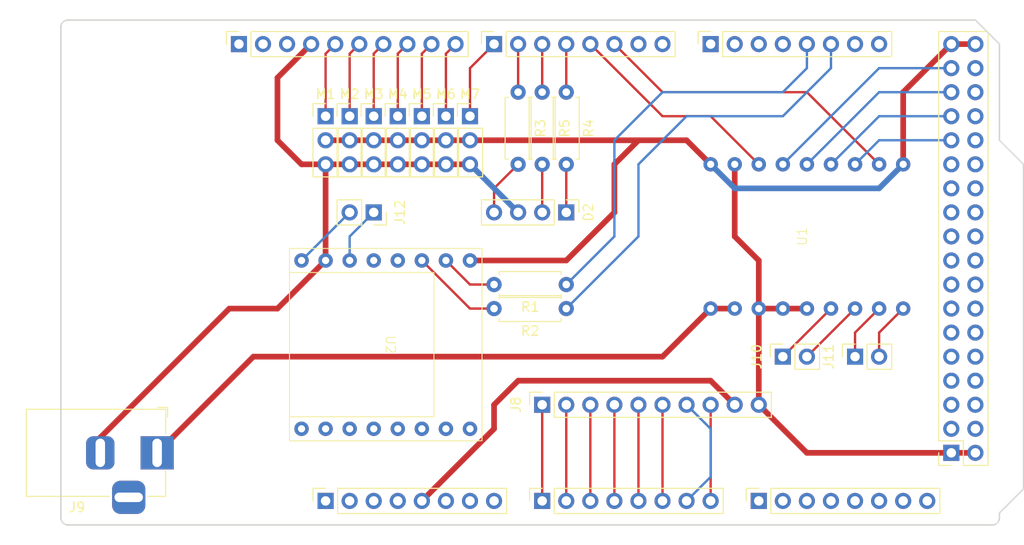
<source format=kicad_pcb>
(kicad_pcb (version 20240108) (generator "pcbnew") (generator_version "8.0")
  (title_block (date "mar. 31 mars 2015"))
  (layers (0 "F.Cu" signal) (31 "B.Cu" signal) (34 "B.Paste" user) (35 "F.Paste" user) (36 "B.SilkS" user "B.Silkscreen") (37 "F.SilkS" user "F.Silkscreen") (38 "B.Mask" user) (39 "F.Mask" user) (44 "Edge.Cuts" user))
  (net 0 "")
  (net 1 "GND")
  (net 2 "/*52")
  (net 3 "/53")
  (net 4 "/50")
  (net 5 "/51")
  (net 6 "/48")
  (net 7 "/49")
  (net 8 "/*46")
  (net 9 "/47")
  (net 10 "/*44")
  (net 11 "/*45")
  (net 12 "/42")
  (net 13 "/43")
  (net 14 "/40")
  (net 15 "/41")
  (net 16 "/38")
  (net 17 "/39")
  (net 18 "/36")
  (net 19 "/37")
  (net 20 "/34")
  (net 21 "/35")
  (net 22 "/32")
  (net 23 "/33")
  (net 24 "/30")
  (net 25 "/31")
  (net 26 "Net-(D2-GA)")
  (net 27 "/29")
  (net 28 "Net-(D2-BA)")
  (net 29 "/27")
  (net 30 "Net-(D2-RA)")
  (net 31 "/25")
  (net 32 "PWM_13")
  (net 33 "/23")
  (net 34 "+5V")
  (net 35 "/IOREF")
  (net 36 "PWM_12")
  (net 37 "PWM_8")
  (net 38 "PWM_10")
  (net 39 "PWM_9")
  (net 40 "PWM_11")
  (net 41 "A2")
  (net 42 "A1")
  (net 43 "A3")
  (net 44 "/A8")
  (net 45 "/A9")
  (net 46 "/A10")
  (net 47 "/A11")
  (net 48 "/A12")
  (net 49 "/A13")
  (net 50 "/A14")
  (net 51 "/A15")
  (net 52 "/AREF")
  (net 53 "A5")
  (net 54 "A6")
  (net 55 "A4")
  (net 56 "A0")
  (net 57 "A7")
  (net 58 "LED_R")
  (net 59 "PWM_2")
  (net 60 "PWM_3")
  (net 61 "LED_G")
  (net 62 "LED_B")
  (net 63 "PWM_7")
  (net 64 "TX1")
  (net 65 "/TX0{slash}1")
  (net 66 "/RX0{slash}0")
  (net 67 "+3V3")
  (net 68 "/TX3{slash}14")
  (net 69 "/RX3{slash}15")
  (net 70 "/TX2{slash}16")
  (net 71 "/RX2{slash}17")
  (net 72 "RX1")
  (net 73 "PIN_28")
  (net 74 "/SDA{slash}20")
  (net 75 "/SCL{slash}21")
  (net 76 "VCC")
  (net 77 "/~{RESET}")
  (net 79 "PIN_24")
  (net 80 "PIN_22")
  (net 81 "PIN_26")
  (net 83 "Net-(J10-Pin_2)")
  (net 84 "Net-(J10-Pin_1)")
  (net 85 "Net-(J11-Pin_1)")
  (net 86 "Net-(J11-Pin_2)")
  (net 87 "Net-(J12-Pin_1)")
  (net 88 "Net-(J12-Pin_2)")
  (net 89 "Net-(U2-RX)")
  (net 90 "Net-(U2-TX)")
  (net 101 "/Vin")
  (footprint "Connector_PinSocket_2.54mm:PinSocket_2x18_P2.54mm_Vertical" (layer "F.Cu") (at 193.98 92.38 180)
    (property "Reference" "J7" (hide yes))
    (property "Value" "Digital")
    (pad "1" thru_hole rect (at 0 0 180) (size 1.7 1.7) (drill 1) (layers "*.Cu" "*.Mask") (net 1 "GND"))
    (pad "2" thru_hole oval (at -2.54 0 180) (size 1.7 1.7) (drill 1) (layers "*.Cu" "*.Mask") (net 1 "GND"))
    (pad "3" thru_hole oval (at 0 2.54 180) (size 1.7 1.7) (drill 1) (layers "*.Cu" "*.Mask") (net 2 "/*52"))
    (pad "4" thru_hole oval (at -2.54 2.54 180) (size 1.7 1.7) (drill 1) (layers "*.Cu" "*.Mask") (net 3 "/53"))
    (pad "5" thru_hole oval (at 0 5.08 180) (size 1.7 1.7) (drill 1) (layers "*.Cu" "*.Mask") (net 4 "/50"))
    (pad "6" thru_hole oval (at -2.54 5.08 180) (size 1.7 1.7) (drill 1) (layers "*.Cu" "*.Mask") (net 5 "/51"))
    (pad "7" thru_hole oval (at 0 7.62 180) (size 1.7 1.7) (drill 1) (layers "*.Cu" "*.Mask") (net 6 "/48"))
    (pad "8" thru_hole oval (at -2.54 7.62 180) (size 1.7 1.7) (drill 1) (layers "*.Cu" "*.Mask") (net 7 "/49"))
    (pad "9" thru_hole oval (at 0 10.16 180) (size 1.7 1.7) (drill 1) (layers "*.Cu" "*.Mask") (net 8 "/*46"))
    (pad "10" thru_hole oval (at -2.54 10.16 180) (size 1.7 1.7) (drill 1) (layers "*.Cu" "*.Mask") (net 9 "/47"))
    (pad "11" thru_hole oval (at 0 12.7 180) (size 1.7 1.7) (drill 1) (layers "*.Cu" "*.Mask") (net 10 "/*44"))
    (pad "12" thru_hole oval (at -2.54 12.7 180) (size 1.7 1.7) (drill 1) (layers "*.Cu" "*.Mask") (net 11 "/*45"))
    (pad "13" thru_hole oval (at 0 15.24 180) (size 1.7 1.7) (drill 1) (layers "*.Cu" "*.Mask") (net 12 "/42"))
    (pad "14" thru_hole oval (at -2.54 15.24 180) (size 1.7 1.7) (drill 1) (layers "*.Cu" "*.Mask") (net 13 "/43"))
    (pad "15" thru_hole oval (at 0 17.78 180) (size 1.7 1.7) (drill 1) (layers "*.Cu" "*.Mask") (net 14 "/40"))
    (pad "16" thru_hole oval (at -2.54 17.78 180) (size 1.7 1.7) (drill 1) (layers "*.Cu" "*.Mask") (net 15 "/41"))
    (pad "17" thru_hole oval (at 0 20.32 180) (size 1.7 1.7) (drill 1) (layers "*.Cu" "*.Mask") (net 16 "/38"))
    (pad "18" thru_hole oval (at -2.54 20.32 180) (size 1.7 1.7) (drill 1) (layers "*.Cu" "*.Mask") (net 17 "/39"))
    (pad "19" thru_hole oval (at 0 22.86 180) (size 1.7 1.7) (drill 1) (layers "*.Cu" "*.Mask") (net 18 "/36"))
    (pad "20" thru_hole oval (at -2.54 22.86 180) (size 1.7 1.7) (drill 1) (layers "*.Cu" "*.Mask") (net 19 "/37"))
    (pad "21" thru_hole oval (at 0 25.4 180) (size 1.7 1.7) (drill 1) (layers "*.Cu" "*.Mask") (net 20 "/34"))
    (pad "22" thru_hole oval (at -2.54 25.4 180) (size 1.7 1.7) (drill 1) (layers "*.Cu" "*.Mask") (net 21 "/35"))
    (pad "23" thru_hole oval (at 0 27.94 180) (size 1.7 1.7) (drill 1) (layers "*.Cu" "*.Mask") (net 22 "/32"))
    (pad "24" thru_hole oval (at -2.54 27.94 180) (size 1.7 1.7) (drill 1) (layers "*.Cu" "*.Mask") (net 23 "/33"))
    (pad "25" thru_hole oval (at 0 30.48 180) (size 1.7 1.7) (drill 1) (layers "*.Cu" "*.Mask") (net 24 "/30"))
    (pad "26" thru_hole oval (at -2.54 30.48 180) (size 1.7 1.7) (drill 1) (layers "*.Cu" "*.Mask") (net 25 "/31"))
    (pad "27" thru_hole oval (at 0 33.02 180) (size 1.7 1.7) (drill 1) (layers "*.Cu" "*.Mask") (net 73 "PIN_28"))
    (pad "28" thru_hole oval (at -2.54 33.02 180) (size 1.7 1.7) (drill 1) (layers "*.Cu" "*.Mask") (net 27 "/29"))
    (pad "29" thru_hole oval (at 0 35.56 180) (size 1.7 1.7) (drill 1) (layers "*.Cu" "*.Mask") (net 81 "PIN_26"))
    (pad "30" thru_hole oval (at -2.54 35.56 180) (size 1.7 1.7) (drill 1) (layers "*.Cu" "*.Mask") (net 29 "/27"))
    (pad "31" thru_hole oval (at 0 38.1 180) (size 1.7 1.7) (drill 1) (layers "*.Cu" "*.Mask") (net 79 "PIN_24"))
    (pad "32" thru_hole oval (at -2.54 38.1 180) (size 1.7 1.7) (drill 1) (layers "*.Cu" "*.Mask") (net 31 "/25"))
    (pad "33" thru_hole oval (at 0 40.64 180) (size 1.7 1.7) (drill 1) (layers "*.Cu" "*.Mask") (net 80 "PIN_22"))
    (pad "34" thru_hole oval (at -2.54 40.64 180) (size 1.7 1.7) (drill 1) (layers "*.Cu" "*.Mask") (net 33 "/23"))
    (pad "35" thru_hole oval (at 0 43.18 180) (size 1.7 1.7) (drill 1) (layers "*.Cu" "*.Mask") (net 34 "+5V"))
    (pad "36" thru_hole oval (at -2.54 43.18 180) (size 1.7 1.7) (drill 1) (layers "*.Cu" "*.Mask") (net 34 "+5V"))
  )
  (footprint "Connector_PinSocket_2.54mm:PinSocket_1x08_P2.54mm_Vertical" (layer "F.Cu") (at 127.94 97.46 90)
    (property "Reference" "J1" (hide yes))
    (property "Value" "Power")
    (pad "1" thru_hole rect (at 0 0 90) (size 1.7 1.7) (drill 1) (layers "*.Cu" "*.Mask"))
    (pad "2" thru_hole oval (at 0 2.54 90) (size 1.7 1.7) (drill 1) (layers "*.Cu" "*.Mask") (net 35 "/IOREF"))
    (pad "3" thru_hole oval (at 0 5.08 90) (size 1.7 1.7) (drill 1) (layers "*.Cu" "*.Mask") (net 77 "/~{RESET}"))
    (pad "4" thru_hole oval (at 0 7.62 90) (size 1.7 1.7) (drill 1) (layers "*.Cu" "*.Mask") (net 67 "+3V3"))
    (pad "5" thru_hole oval (at 0 10.16 90) (size 1.7 1.7) (drill 1) (layers "*.Cu" "*.Mask") (net 34 "+5V"))
    (pad "6" thru_hole oval (at 0 12.7 90) (size 1.7 1.7) (drill 1) (layers "*.Cu" "*.Mask") (net 1 "GND"))
    (pad "7" thru_hole oval (at 0 15.24 90) (size 1.7 1.7) (drill 1) (layers "*.Cu" "*.Mask") (net 1 "GND"))
    (pad "8" thru_hole oval (at 0 17.78 90) (size 1.7 1.7) (drill 1) (layers "*.Cu" "*.Mask") (net 101 "/Vin"))
  )
  (footprint "Connector_PinSocket_2.54mm:PinSocket_1x08_P2.54mm_Vertical" (layer "F.Cu") (at 150.8 97.46 90)
    (property "Reference" "J3" (hide yes))
    (property "Value" "Analog")
    (pad "1" thru_hole rect (at 0 0 90) (size 1.7 1.7) (drill 1) (layers "*.Cu" "*.Mask") (net 56 "A0"))
    (pad "2" thru_hole oval (at 0 2.54 90) (size 1.7 1.7) (drill 1) (layers "*.Cu" "*.Mask") (net 42 "A1"))
    (pad "3" thru_hole oval (at 0 5.08 90) (size 1.7 1.7) (drill 1) (layers "*.Cu" "*.Mask") (net 41 "A2"))
    (pad "4" thru_hole oval (at 0 7.62 90) (size 1.7 1.7) (drill 1) (layers "*.Cu" "*.Mask") (net 43 "A3"))
    (pad "5" thru_hole oval (at 0 10.16 90) (size 1.7 1.7) (drill 1) (layers "*.Cu" "*.Mask") (net 55 "A4"))
    (pad "6" thru_hole oval (at 0 12.7 90) (size 1.7 1.7) (drill 1) (layers "*.Cu" "*.Mask") (net 53 "A5"))
    (pad "7" thru_hole oval (at 0 15.24 90) (size 1.7 1.7) (drill 1) (layers "*.Cu" "*.Mask") (net 54 "A6"))
    (pad "8" thru_hole oval (at 0 17.78 90) (size 1.7 1.7) (drill 1) (layers "*.Cu" "*.Mask") (net 57 "A7"))
  )
  (footprint "Connector_PinSocket_2.54mm:PinSocket_1x08_P2.54mm_Vertical" (layer "F.Cu") (at 173.66 97.46 90)
    (property "Reference" "J5" (hide yes))
    (property "Value" "Analog")
    (pad "1" thru_hole rect (at 0 0 90) (size 1.7 1.7) (drill 1) (layers "*.Cu" "*.Mask") (net 44 "/A8"))
    (pad "2" thru_hole oval (at 0 2.54 90) (size 1.7 1.7) (drill 1) (layers "*.Cu" "*.Mask") (net 45 "/A9"))
    (pad "3" thru_hole oval (at 0 5.08 90) (size 1.7 1.7) (drill 1) (layers "*.Cu" "*.Mask") (net 46 "/A10"))
    (pad "4" thru_hole oval (at 0 7.62 90) (size 1.7 1.7) (drill 1) (layers "*.Cu" "*.Mask") (net 47 "/A11"))
    (pad "5" thru_hole oval (at 0 10.16 90) (size 1.7 1.7) (drill 1) (layers "*.Cu" "*.Mask") (net 48 "/A12"))
    (pad "6" thru_hole oval (at 0 12.7 90) (size 1.7 1.7) (drill 1) (layers "*.Cu" "*.Mask") (net 49 "/A13"))
    (pad "7" thru_hole oval (at 0 15.24 90) (size 1.7 1.7) (drill 1) (layers "*.Cu" "*.Mask") (net 50 "/A14"))
    (pad "8" thru_hole oval (at 0 17.78 90) (size 1.7 1.7) (drill 1) (layers "*.Cu" "*.Mask") (net 51 "/A15"))
  )
  (footprint "Connector_PinSocket_2.54mm:PinSocket_1x10_P2.54mm_Vertical" (layer "F.Cu") (at 118.796 49.2 90)
    (property "Reference" "J2" (hide yes))
    (property "Value" "PWM")
    (pad "1" thru_hole rect (at 0 0 90) (size 1.7 1.7) (drill 1) (layers "*.Cu" "*.Mask") (net 75 "/SCL{slash}21"))
    (pad "2" thru_hole oval (at 0 2.54 90) (size 1.7 1.7) (drill 1) (layers "*.Cu" "*.Mask") (net 74 "/SDA{slash}20"))
    (pad "3" thru_hole oval (at 0 5.08 90) (size 1.7 1.7) (drill 1) (layers "*.Cu" "*.Mask") (net 52 "/AREF"))
    (pad "4" thru_hole oval (at 0 7.62 90) (size 1.7 1.7) (drill 1) (layers "*.Cu" "*.Mask") (net 1 "GND"))
    (pad "5" thru_hole oval (at 0 10.16 90) (size 1.7 1.7) (drill 1) (layers "*.Cu" "*.Mask") (net 32 "PWM_13"))
    (pad "6" thru_hole oval (at 0 12.7 90) (size 1.7 1.7) (drill 1) (layers "*.Cu" "*.Mask") (net 36 "PWM_12"))
    (pad "7" thru_hole oval (at 0 15.24 90) (size 1.7 1.7) (drill 1) (layers "*.Cu" "*.Mask") (net 40 "PWM_11"))
    (pad "8" thru_hole oval (at 0 17.78 90) (size 1.7 1.7) (drill 1) (layers "*.Cu" "*.Mask") (net 38 "PWM_10"))
    (pad "9" thru_hole oval (at 0 20.32 90) (size 1.7 1.7) (drill 1) (layers "*.Cu" "*.Mask") (net 39 "PWM_9"))
    (pad "10" thru_hole oval (at 0 22.86 90) (size 1.7 1.7) (drill 1) (layers "*.Cu" "*.Mask") (net 37 "PWM_8"))
  )
  (footprint "Connector_PinSocket_2.54mm:PinSocket_1x08_P2.54mm_Vertical" (layer "F.Cu") (at 145.72 49.2 90)
    (property "Reference" "J4" (hide yes))
    (property "Value" "PWM")
    (pad "1" thru_hole rect (at 0 0 90) (size 1.7 1.7) (drill 1) (layers "*.Cu" "*.Mask") (net 63 "PWM_7"))
    (pad "2" thru_hole oval (at 0 2.54 90) (size 1.7 1.7) (drill 1) (layers "*.Cu" "*.Mask") (net 58 "LED_R"))
    (pad "3" thru_hole oval (at 0 5.08 90) (size 1.7 1.7) (drill 1) (layers "*.Cu" "*.Mask") (net 61 "LED_G"))
    (pad "4" thru_hole oval (at 0 7.62 90) (size 1.7 1.7) (drill 1) (layers "*.Cu" "*.Mask") (net 62 "LED_B"))
    (pad "5" thru_hole oval (at 0 10.16 90) (size 1.7 1.7) (drill 1) (layers "*.Cu" "*.Mask") (net 60 "PWM_3"))
    (pad "6" thru_hole oval (at 0 12.7 90) (size 1.7 1.7) (drill 1) (layers "*.Cu" "*.Mask") (net 59 "PWM_2"))
    (pad "7" thru_hole oval (at 0 15.24 90) (size 1.7 1.7) (drill 1) (layers "*.Cu" "*.Mask") (net 65 "/TX0{slash}1"))
    (pad "8" thru_hole oval (at 0 17.78 90) (size 1.7 1.7) (drill 1) (layers "*.Cu" "*.Mask") (net 66 "/RX0{slash}0"))
  )
  (footprint "Connector_PinSocket_2.54mm:PinSocket_1x08_P2.54mm_Vertical" (layer "F.Cu") (at 168.58 49.2 90)
    (property "Reference" "J6" (hide yes))
    (property "Value" "Communication")
    (pad "1" thru_hole rect (at 0 0 90) (size 1.7 1.7) (drill 1) (layers "*.Cu" "*.Mask") (net 68 "/TX3{slash}14"))
    (pad "2" thru_hole oval (at 0 2.54 90) (size 1.7 1.7) (drill 1) (layers "*.Cu" "*.Mask") (net 69 "/RX3{slash}15"))
    (pad "3" thru_hole oval (at 0 5.08 90) (size 1.7 1.7) (drill 1) (layers "*.Cu" "*.Mask") (net 70 "/TX2{slash}16"))
    (pad "4" thru_hole oval (at 0 7.62 90) (size 1.7 1.7) (drill 1) (layers "*.Cu" "*.Mask") (net 71 "/RX2{slash}17"))
    (pad "5" thru_hole oval (at 0 10.16 90) (size 1.7 1.7) (drill 1) (layers "*.Cu" "*.Mask") (net 64 "TX1"))
    (pad "6" thru_hole oval (at 0 12.7 90) (size 1.7 1.7) (drill 1) (layers "*.Cu" "*.Mask") (net 72 "RX1"))
    (pad "7" thru_hole oval (at 0 15.24 90) (size 1.7 1.7) (drill 1) (layers "*.Cu" "*.Mask") (net 74 "/SDA{slash}20"))
    (pad "8" thru_hole oval (at 0 17.78 90) (size 1.7 1.7) (drill 1) (layers "*.Cu" "*.Mask") (net 75 "/SCL{slash}21"))
  )
  (footprint "Connector_PinSocket_2.54mm:PinSocket_1x02_P2.54mm_Vertical" (layer "F.Cu") (at 133.02 66.98 -90)
    (property "Reference" "J12" (at 0 -2.77 90) (layer "F.SilkS"))
    (property "Value" "Speaker")
    (pad "1" thru_hole rect (at 0 0 270) (size 1.7 1.7) (drill 1) (layers "*.Cu" "*.Mask") (net 87 "Net-(J12-Pin_1)"))
    (pad "2" thru_hole oval (at 0 2.54 270) (size 1.7 1.7) (drill 1) (layers "*.Cu" "*.Mask") (net 88 "Net-(J12-Pin_2)"))
  )
  (footprint "Arduino_MountingHole:MountingHole_3.2mm" (layer "F.Cu") (at 196.52 97.46)
    (property "Reference" "MH6" (hide yes))
    (property "Value" "MountingHole_3.2mm" (hide yes))
    (pad "" np_thru_hole circle (at 0 0) (size 3.2 3.2) (drill 3.2) (layers "*.Cu" "*.Mask"))
  )
  (footprint "Resistor_THT:R_Axial_DIN0207_L6.3mm_D2.5mm_P7.62mm_Horizontal" (layer "F.Cu") (at 148.26 54.28 -90)
    (property "Reference" "R3" (at 3.81 -2.37 90) (layer "F.SilkS"))
    (property "Value" "390")
    (pad "1" thru_hole circle (at 0 0 270) (size 1.6 1.6) (drill 0.8) (layers "*.Cu" "*.Mask") (net 58 "LED_R"))
    (pad "2" thru_hole oval (at 7.62 0 270) (size 1.6 1.6) (drill 0.8) (layers "*.Cu" "*.Mask") (net 30 "Net-(D2-RA)"))
  )
  (footprint "Resistor_THT:R_Axial_DIN0207_L6.3mm_D2.5mm_P7.62mm_Horizontal" (layer "F.Cu") (at 153.34 74.6 180)
    (property "Reference" "R1" (at 3.81 -2.37 0) (layer "F.SilkS"))
    (property "Value" "1K")
    (pad "1" thru_hole circle (at 0 0 180) (size 1.6 1.6) (drill 0.8) (layers "*.Cu" "*.Mask") (net 64 "TX1"))
    (pad "2" thru_hole oval (at 7.62 0 180) (size 1.6 1.6) (drill 0.8) (layers "*.Cu" "*.Mask") (net 89 "Net-(U2-RX)"))
  )
  (footprint "Connector_PinSocket_2.54mm:PinSocket_1x02_P2.54mm_Vertical" (layer "F.Cu") (at 183.82 82.22 90)
    (property "Reference" "J11" (at 0 -2.77 90) (layer "F.SilkS"))
    (property "Value" "Motor_B")
    (pad "1" thru_hole rect (at 0 0 90) (size 1.7 1.7) (drill 1) (layers "*.Cu" "*.Mask") (net 85 "Net-(J11-Pin_1)"))
    (pad "2" thru_hole oval (at 0 2.54 90) (size 1.7 1.7) (drill 1) (layers "*.Cu" "*.Mask") (net 86 "Net-(J11-Pin_2)"))
  )
  (footprint "Resistor_THT:R_Axial_DIN0207_L6.3mm_D2.5mm_P7.62mm_Horizontal" (layer "F.Cu") (at 153.34 77.14 180)
    (property "Reference" "R2" (at 3.81 -2.37 0) (layer "F.SilkS"))
    (property "Value" "1K")
    (pad "1" thru_hole circle (at 0 0 180) (size 1.6 1.6) (drill 0.8) (layers "*.Cu" "*.Mask") (net 72 "RX1"))
    (pad "2" thru_hole oval (at 7.62 0 180) (size 1.6 1.6) (drill 0.8) (layers "*.Cu" "*.Mask") (net 90 "Net-(U2-TX)"))
  )
  (footprint "MotorDriver:TB6612" (layer "F.Cu") (at 178.74 69.52 90)
    (property "Reference" "U1" (at 0 -0.5 90) (layer "F.SilkS") (effects (font (thickness 0.1))))
    (property "Value" "~")
    (pad "1" thru_hole circle (at -7.62 -10.16 90) (size 1.524 1.524) (drill 0.762) (layers "*.Cu" "*.Mask") (net 76 "VCC"))
    (pad "2" thru_hole circle (at -7.62 -7.62 90) (size 1.524 1.524) (drill 0.762) (layers "*.Cu" "*.Mask") (net 76 "VCC"))
    (pad "3" thru_hole circle (at -7.62 -5.08 90) (size 1.524 1.524) (drill 0.762) (layers "*.Cu" "*.Mask") (net 1 "GND"))
    (pad "4" thru_hole circle (at -7.62 -2.54 90) (size 1.524 1.524) (drill 0.762) (layers "*.Cu" "*.Mask") (net 1 "GND"))
    (pad "5" thru_hole circle (at -7.62 0 90) (size 1.524 1.524) (drill 0.762) (layers "*.Cu" "*.Mask") (net 1 "GND"))
    (pad "6" thru_hole circle (at -7.62 2.54 90) (size 1.524 1.524) (drill 0.762) (layers "*.Cu" "*.Mask") (net 84 "Net-(J10-Pin_1)"))
    (pad "7" thru_hole circle (at -7.62 5.08 90) (size 1.524 1.524) (drill 0.762) (layers "*.Cu" "*.Mask") (net 83 "Net-(J10-Pin_2)"))
    (pad "8" thru_hole circle (at -7.62 7.62 90) (size 1.524 1.524) (drill 0.762) (layers "*.Cu" "*.Mask") (net 85 "Net-(J11-Pin_1)"))
    (pad "9" thru_hole circle (at -7.62 10.16 90) (size 1.524 1.524) (drill 0.762) (layers "*.Cu" "*.Mask") (net 86 "Net-(J11-Pin_2)"))
    (pad "10" thru_hole circle (at 7.62 10.16 90) (size 1.524 1.524) (drill 0.762) (layers "*.Cu" "*.Mask") (net 34 "+5V"))
    (pad "11" thru_hole circle (at 7.62 7.62 90) (size 1.524 1.524) (drill 0.762) (layers "*.Cu" "*.Mask") (net 59 "PWM_2"))
    (pad "12" thru_hole circle (at 7.62 5.08 90) (size 1.524 1.524) (drill 0.762) (layers "*.Cu" "*.Mask") (net 73 "PIN_28"))
    (pad "13" thru_hole circle (at 7.62 2.54 90) (size 1.524 1.524) (drill 0.762) (layers "*.Cu" "*.Mask") (net 81 "PIN_26"))
    (pad "14" thru_hole circle (at 7.62 0 90) (size 1.524 1.524) (drill 0.762) (layers "*.Cu" "*.Mask") (net 79 "PIN_24"))
    (pad "15" thru_hole circle (at 7.62 -2.54 90) (size 1.524 1.524) (drill 0.762) (layers "*.Cu" "*.Mask") (net 80 "PIN_22"))
    (pad "16" thru_hole circle (at 7.62 -5.08 90) (size 1.524 1.524) (drill 0.762) (layers "*.Cu" "*.Mask") (net 60 "PWM_3"))
    (pad "17" thru_hole circle (at 7.62 -7.62 90) (size 1.524 1.524) (drill 0.762) (layers "*.Cu" "*.Mask") (net 1 "GND"))
    (pad "18" thru_hole circle (at 7.62 -10.16 90) (size 1.524 1.524) (drill 0.762) (layers "*.Cu" "*.Mask") (net 34 "+5V"))
  )
  (footprint "Connector_PinHeader_2.54mm:PinHeader_1x03_P2.54mm_Vertical" (layer "F.Cu") (at 135.56 56.82)
    (property "Reference" "M4" (at 0 -2.33 0) (layer "F.SilkS"))
    (property "Value" "Motor_Servo")
    (pad "1" thru_hole rect (at 0 0) (size 1.7 1.7) (drill 1) (layers "*.Cu" "*.Mask") (net 38 "PWM_10"))
    (pad "2" thru_hole oval (at 0 2.54) (size 1.7 1.7) (drill 1) (layers "*.Cu" "*.Mask") (net 34 "+5V"))
    (pad "3" thru_hole oval (at 0 5.08) (size 1.7 1.7) (drill 1) (layers "*.Cu" "*.Mask") (net 1 "GND"))
  )
  (footprint "Connector_PinHeader_2.54mm:PinHeader_1x03_P2.54mm_Vertical" (layer "F.Cu") (at 130.48 56.82)
    (property "Reference" "M2" (at 0 -2.33 0) (layer "F.SilkS"))
    (property "Value" "Motor_Servo")
    (pad "1" thru_hole rect (at 0 0) (size 1.7 1.7) (drill 1) (layers "*.Cu" "*.Mask") (net 36 "PWM_12"))
    (pad "2" thru_hole oval (at 0 2.54) (size 1.7 1.7) (drill 1) (layers "*.Cu" "*.Mask") (net 34 "+5V"))
    (pad "3" thru_hole oval (at 0 5.08) (size 1.7 1.7) (drill 1) (layers "*.Cu" "*.Mask") (net 1 "GND"))
  )
  (footprint "Arduino_MountingHole:MountingHole_3.2mm" (layer "F.Cu") (at 115.24 49.2)
    (property "Reference" "MH1" (hide yes))
    (property "Value" "MountingHole_3.2mm" (hide yes))
    (pad "" np_thru_hole circle (at 0 0) (size 3.2 3.2) (drill 3.2) (layers "*.Cu" "*.Mask"))
  )
  (footprint "Connector_PinSocket_2.54mm:PinSocket_1x10_P2.54mm_Vertical" (layer "F.Cu") (at 150.8 87.3 90)
    (property "Reference" "J8" (at 0 -2.77 90) (layer "F.SilkS"))
    (property "Value" "Sensor")
    (pad "1" thru_hole rect (at 0 0 90) (size 1.7 1.7) (drill 1) (layers "*.Cu" "*.Mask") (net 56 "A0"))
    (pad "2" thru_hole oval (at 0 2.54 90) (size 1.7 1.7) (drill 1) (layers "*.Cu" "*.Mask") (net 42 "A1"))
    (pad "3" thru_hole oval (at 0 5.08 90) (size 1.7 1.7) (drill 1) (layers "*.Cu" "*.Mask") (net 41 "A2"))
    (pad "4" thru_hole oval (at 0 7.62 90) (size 1.7 1.7) (drill 1) (layers "*.Cu" "*.Mask") (net 43 "A3"))
    (pad "5" thru_hole oval (at 0 10.16 90) (size 1.7 1.7) (drill 1) (layers "*.Cu" "*.Mask") (net 55 "A4"))
    (pad "6" thru_hole oval (at 0 12.7 90) (size 1.7 1.7) (drill 1) (layers "*.Cu" "*.Mask") (net 53 "A5"))
    (pad "7" thru_hole oval (at 0 15.24 90) (size 1.7 1.7) (drill 1) (layers "*.Cu" "*.Mask") (net 54 "A6"))
    (pad "8" thru_hole oval (at 0 17.78 90) (size 1.7 1.7) (drill 1) (layers "*.Cu" "*.Mask") (net 57 "A7"))
    (pad "9" thru_hole oval (at 0 20.32 90) (size 1.7 1.7) (drill 1) (layers "*.Cu" "*.Mask") (net 34 "+5V"))
    (pad "10" thru_hole oval (at 0 22.86 90) (size 1.7 1.7) (drill 1) (layers "*.Cu" "*.Mask") (net 1 "GND"))
  )
  (footprint "Connector_PinSocket_2.54mm:PinSocket_1x02_P2.54mm_Vertical" (layer "F.Cu") (at 176.2 82.22 90)
    (property "Reference" "J10" (at 0 -2.77 90) (layer "F.SilkS"))
    (property "Value" "Motor_A")
    (pad "1" thru_hole rect (at 0 0 90) (size 1.7 1.7) (drill 1) (layers "*.Cu" "*.Mask") (net 84 "Net-(J10-Pin_1)"))
    (pad "2" thru_hole oval (at 0 2.54 90) (size 1.7 1.7) (drill 1) (layers "*.Cu" "*.Mask") (net 83 "Net-(J10-Pin_2)"))
  )
  (footprint "Resistor_THT:R_Axial_DIN0207_L6.3mm_D2.5mm_P7.62mm_Horizontal" (layer "F.Cu") (at 153.34 54.28 -90)
    (property "Reference" "R4" (at 3.81 -2.37 90) (layer "F.SilkS"))
    (property "Value" "390")
    (pad "1" thru_hole circle (at 0 0 270) (size 1.6 1.6) (drill 0.8) (layers "*.Cu" "*.Mask") (net 62 "LED_B"))
    (pad "2" thru_hole oval (at 7.62 0 270) (size 1.6 1.6) (drill 0.8) (layers "*.Cu" "*.Mask") (net 26 "Net-(D2-GA)"))
  )
  (footprint "自作:DFPlayer_mini" (layer "F.Cu") (at 134.29 80.95 -90)
    (property "Reference" "U2" (at 0 -0.5 -90) (layer "F.SilkS") (effects (font (thickness 0.1))))
    (property "Value" "DFPLAYER_MINI")
    (pad "1" thru_hole circle (at -8.89 -8.89 270) (size 1.524 1.524) (drill 0.762) (layers "*.Cu" "*.Mask") (net 34 "+5V"))
    (pad "2" thru_hole circle (at -8.89 -6.35 270) (size 1.524 1.524) (drill 0.762) (layers "*.Cu" "*.Mask") (net 89 "Net-(U2-RX)"))
    (pad "3" thru_hole circle (at -8.89 -3.81 270) (size 1.524 1.524) (drill 0.762) (layers "*.Cu" "*.Mask") (net 90 "Net-(U2-TX)"))
    (pad "4" thru_hole circle (at -8.89 -1.27 270) (size 1.524 1.524) (drill 0.762) (layers "*.Cu" "*.Mask"))
    (pad "5" thru_hole circle (at -8.89 1.27 270) (size 1.524 1.524) (drill 0.762) (layers "*.Cu" "*.Mask"))
    (pad "6" thru_hole circle (at -8.89 3.81 270) (size 1.524 1.524) (drill 0.762) (layers "*.Cu" "*.Mask") (net 87 "Net-(J12-Pin_1)"))
    (pad "7" thru_hole circle (at -8.89 6.35 270) (size 1.524 1.524) (drill 0.762) (layers "*.Cu" "*.Mask") (net 1 "GND"))
    (pad "8" thru_hole circle (at -8.89 8.89 270) (size 1.524 1.524) (drill 0.762) (layers "*.Cu" "*.Mask") (net 88 "Net-(J12-Pin_2)"))
    (pad "9" thru_hole circle (at 8.89 8.89 270) (size 1.524 1.524) (drill 0.762) (layers "*.Cu" "*.Mask"))
    (pad "10" thru_hole circle (at 8.89 6.35 270) (size 1.524 1.524) (drill 0.762) (layers "*.Cu" "*.Mask"))
    (pad "11" thru_hole circle (at 8.89 3.81 270) (size 1.524 1.524) (drill 0.762) (layers "*.Cu" "*.Mask"))
    (pad "12" thru_hole circle (at 8.89 1.27 270) (size 1.524 1.524) (drill 0.762) (layers "*.Cu" "*.Mask"))
    (pad "13" thru_hole circle (at 8.89 -1.27 270) (size 1.524 1.524) (drill 0.762) (layers "*.Cu" "*.Mask"))
    (pad "14" thru_hole circle (at 8.89 -3.81 270) (size 1.524 1.524) (drill 0.762) (layers "*.Cu" "*.Mask"))
    (pad "15" thru_hole circle (at 8.89 -6.35 270) (size 1.524 1.524) (drill 0.762) (layers "*.Cu" "*.Mask"))
    (pad "16" thru_hole circle (at 8.89 -8.89 270) (size 1.524 1.524) (drill 0.762) (layers "*.Cu" "*.Mask"))
  )
  (footprint "Connector_PinHeader_2.54mm:PinHeader_1x04_P2.54mm_Vertical" (layer "F.Cu") (at 153.34 66.98 -90)
    (property "Reference" "D2" (at 0 -2.33 90) (layer "F.SilkS"))
    (property "Value" "LED_GBKR")
    (pad "1" thru_hole rect (at 0 0 270) (size 1.7 1.7) (drill 1) (layers "*.Cu" "*.Mask") (net 26 "Net-(D2-GA)"))
    (pad "2" thru_hole oval (at 0 2.54 270) (size 1.7 1.7) (drill 1) (layers "*.Cu" "*.Mask") (net 28 "Net-(D2-BA)"))
    (pad "3" thru_hole oval (at 0 5.08 270) (size 1.7 1.7) (drill 1) (layers "*.Cu" "*.Mask") (net 1 "GND"))
    (pad "4" thru_hole oval (at 0 7.62 270) (size 1.7 1.7) (drill 1) (layers "*.Cu" "*.Mask") (net 30 "Net-(D2-RA)"))
  )
  (footprint "Connector_PinHeader_2.54mm:PinHeader_1x03_P2.54mm_Vertical" (layer "F.Cu") (at 127.94 56.82)
    (property "Reference" "M1" (at 0 -2.33 0) (layer "F.SilkS"))
    (property "Value" "Motor_Servo")
    (pad "1" thru_hole rect (at 0 0) (size 1.7 1.7) (drill 1) (layers "*.Cu" "*.Mask") (net 32 "PWM_13"))
    (pad "2" thru_hole oval (at 0 2.54) (size 1.7 1.7) (drill 1) (layers "*.Cu" "*.Mask") (net 34 "+5V"))
    (pad "3" thru_hole oval (at 0 5.08) (size 1.7 1.7) (drill 1) (layers "*.Cu" "*.Mask") (net 1 "GND"))
  )
  (footprint "Connector_PinHeader_2.54mm:PinHeader_1x03_P2.54mm_Vertical" (layer "F.Cu") (at 138.1 56.82)
    (property "Reference" "M5" (at 0 -2.33 0) (layer "F.SilkS"))
    (property "Value" "Motor_Servo")
    (pad "1" thru_hole rect (at 0 0) (size 1.7 1.7) (drill 1) (layers "*.Cu" "*.Mask") (net 39 "PWM_9"))
    (pad "2" thru_hole oval (at 0 2.54) (size 1.7 1.7) (drill 1) (layers "*.Cu" "*.Mask") (net 34 "+5V"))
    (pad "3" thru_hole oval (at 0 5.08) (size 1.7 1.7) (drill 1) (layers "*.Cu" "*.Mask") (net 1 "GND"))
  )
  (footprint "Resistor_THT:R_Axial_DIN0207_L6.3mm_D2.5mm_P7.62mm_Horizontal" (layer "F.Cu") (at 150.8 54.28 -90)
    (property "Reference" "R5" (at 3.81 -2.37 90) (layer "F.SilkS"))
    (property "Value" "390")
    (pad "1" thru_hole circle (at 0 0 270) (size 1.6 1.6) (drill 0.8) (layers "*.Cu" "*.Mask") (net 61 "LED_G"))
    (pad "2" thru_hole oval (at 7.62 0 270) (size 1.6 1.6) (drill 0.8) (layers "*.Cu" "*.Mask") (net 28 "Net-(D2-BA)"))
  )
  (footprint "Connector_PinHeader_2.54mm:PinHeader_1x03_P2.54mm_Vertical" (layer "F.Cu") (at 140.64 56.82)
    (property "Reference" "M6" (at 0 -2.33 0) (layer "F.SilkS"))
    (property "Value" "Motor_Servo")
    (pad "1" thru_hole rect (at 0 0) (size 1.7 1.7) (drill 1) (layers "*.Cu" "*.Mask") (net 37 "PWM_8"))
    (pad "2" thru_hole oval (at 0 2.54) (size 1.7 1.7) (drill 1) (layers "*.Cu" "*.Mask") (net 34 "+5V"))
    (pad "3" thru_hole oval (at 0 5.08) (size 1.7 1.7) (drill 1) (layers "*.Cu" "*.Mask") (net 1 "GND"))
  )
  (footprint "Arduino_MountingHole:MountingHole_3.2mm" (layer "F.Cu") (at 113.97 97.46)
    (property "Reference" "MH2" (hide yes))
    (property "Value" "MountingHole_3.2mm" (hide yes))
    (pad "" np_thru_hole circle (at 0 0) (size 3.2 3.2) (drill 3.2) (layers "*.Cu" "*.Mask"))
  )
  (footprint "Connector_BarrelJack:BarrelJack_Horizontal" (layer "F.Cu") (at 110.16 92.38)
    (property "Reference" "J9" (at -8.45 5.75 0) (layer "F.SilkS"))
    (property "Value" "PowerJack")
    (pad "1" thru_hole rect (at 0 0) (size 3.5 3.5) (drill oval 1 3) (layers "*.Cu" "*.Mask") (net 76 "VCC"))
    (pad "2" thru_hole roundrect (at -6 0) (size 3 3.5) (drill oval 1 3) (layers "*.Cu" "*.Mask") (net 1 "GND"))
    (pad "3" thru_hole roundrect (at -3 4.7) (size 3.5 3.5) (drill oval 3 1) (layers "*.Cu" "*.Mask"))
  )
  (footprint "Arduino_MountingHole:MountingHole_3.2mm" (layer "F.Cu") (at 166.04 64.44)
    (property "Reference" "MH3" (hide yes))
    (property "Value" "MountingHole_3.2mm" (hide yes))
    (pad "" np_thru_hole circle (at 0 0) (size 3.2 3.2) (drill 3.2) (layers "*.Cu" "*.Mask"))
  )
  (footprint "Arduino_MountingHole:MountingHole_3.2mm" (layer "F.Cu") (at 166.04 92.38)
    (property "Reference" "MH4" (hide yes))
    (property "Value" "MountingHole_3.2mm" (hide yes))
    (pad "" np_thru_hole circle (at 0 0) (size 3.2 3.2) (drill 3.2) (layers "*.Cu" "*.Mask"))
  )
  (footprint "Connector_PinHeader_2.54mm:PinHeader_1x03_P2.54mm_Vertical" (layer "F.Cu") (at 143.18 56.82)
    (property "Reference" "M7" (at 0 -2.33 0) (layer "F.SilkS"))
    (property "Value" "Motor_Servo")
    (pad "1" thru_hole rect (at 0 0) (size 1.7 1.7) (drill 1) (layers "*.Cu" "*.Mask") (net 63 "PWM_7"))
    (pad "2" thru_hole oval (at 0 2.54) (size 1.7 1.7) (drill 1) (layers "*.Cu" "*.Mask") (net 34 "+5V"))
    (pad "3" thru_hole oval (at 0 5.08) (size 1.7 1.7) (drill 1) (layers "*.Cu" "*.Mask") (net 1 "GND"))
  )
  (footprint "Arduino_MountingHole:MountingHole_3.2mm" (layer "F.Cu") (at 190.17 49.2)
    (property "Reference" "MH5" (hide yes))
    (property "Value" "MountingHole_3.2mm" (hide yes))
    (pad "" np_thru_hole circle (at 0 0) (size 3.2 3.2) (drill 3.2) (layers "*.Cu" "*.Mask"))
  )
  (footprint "Connector_PinHeader_2.54mm:PinHeader_1x03_P2.54mm_Vertical" (layer "F.Cu") (at 133.02 56.82)
    (property "Reference" "M3" (at 0 -2.33 0) (layer "F.SilkS"))
    (property "Value" "Motor_Servo")
    (pad "1" thru_hole rect (at 0 0) (size 1.7 1.7) (drill 1) (layers "*.Cu" "*.Mask") (net 40 "PWM_11"))
    (pad "2" thru_hole oval (at 0 2.54) (size 1.7 1.7) (drill 1) (layers "*.Cu" "*.Mask") (net 34 "+5V"))
    (pad "3" thru_hole oval (at 0 5.08) (size 1.7 1.7) (drill 1) (layers "*.Cu" "*.Mask") (net 1 "GND"))
  )
  (gr_line (start 199.06 59.36) (end 201.6 61.9) (stroke (width 0.15)) (layer "Edge.Cuts"))
  (gr_line (start 100 99.238) (end 100 47.422) (stroke (width 0.15)) (layer "Edge.Cuts"))
  (gr_line (start 201.6 61.9) (end 201.6 96.19) (stroke (width 0.15)) (layer "Edge.Cuts"))
  (gr_line (start 198.298 100) (end 100.762 100) (stroke (width 0.15)) (layer "Edge.Cuts"))
  (gr_line (start 100.762 46.66) (end 196.52 46.66) (stroke (width 0.15)) (layer "Edge.Cuts"))
  (gr_arc (start 100.762 100) (mid 100.223185 99.776815) (end 100 99.238) (stroke (width 0.15)) (layer "Edge.Cuts"))
  (gr_line (start 201.6 96.19) (end 199.06 98.73) (stroke (width 0.15)) (layer "Edge.Cuts"))
  (gr_line (start 196.52 46.66) (end 199.06 49.2) (stroke (width 0.15)) (layer "Edge.Cuts"))
  (gr_arc (start 199.06 99.238) (mid 198.836815 99.776815) (end 198.298 100) (stroke (width 0.15)) (layer "Edge.Cuts"))
  (gr_line (start 199.06 49.2) (end 199.06 59.36) (stroke (width 0.15)) (layer "Edge.Cuts"))
  (gr_line (start 199.06 98.73) (end 199.06 99.238) (stroke (width 0.15)) (layer "Edge.Cuts"))
  (gr_arc (start 100 47.422) (mid 100.223185 46.883185) (end 100.762 46.66) (stroke (width 0.15)) (layer "Edge.Cuts"))
  (segment (start 127.94 61.9) (end 127.94 72.06) (width 0.6) (layer "F.Cu") (net 1))
  (segment (start 173.66 77.14) (end 173.66 87.3) (width 0.6) (layer "F.Cu") (net 1))
  (segment (start 173.66 72.06) (end 173.66 77.14) (width 0.6) (layer "F.Cu") (net 1))
  (segment (start 117.78 77.14) (end 104.16 90.76) (width 0.6) (layer "F.Cu") (net 1))
  (segment (start 127.94 61.9) (end 143.18 61.9) (width 0.6) (layer "F.Cu") (net 1))
  (segment (start 125.4 61.9) (end 127.94 61.9) (width 0.6) (layer "F.Cu") (net 1))
  (segment (start 127.94 72.06) (end 122.86 77.14) (width 0.6) (layer "F.Cu") (net 1))
  (segment (start 178.74 77.14) (end 173.66 77.14) (width 0.6) (layer "F.Cu") (net 1))
  (segment (start 104.16 90.76) (end 104.16 92.38) (width 0.6) (layer "F.Cu") (net 1))
  (segment (start 122.86 52.756) (end 122.86 59.36) (width 0.6) (layer "F.Cu") (net 1))
  (segment (start 122.86 77.14) (end 117.78 77.14) (width 0.6) (layer "F.Cu") (net 1))
  (segment (start 171.12 69.52) (end 173.66 72.06) (width 0.6) (layer "F.Cu") (net 1))
  (segment (start 178.74 92.38) (end 196.52 92.38) (width 0.6) (layer "F.Cu") (net 1))
  (segment (start 171.12 61.9) (end 171.12 69.52) (width 0.6) (layer "F.Cu") (net 1))
  (segment (start 122.86 59.36) (end 125.4 61.9) (width 0.6) (layer "F.Cu") (net 1))
  (segment (start 173.66 87.3) (end 178.74 92.38) (width 0.6) (layer "F.Cu") (net 1))
  (segment (start 126.416 49.2) (end 122.86 52.756) (width 0.6) (layer "F.Cu") (net 1))
  (segment (start 143.18 61.9) (end 148.26 66.98) (width 0.6) (layer "B.Cu") (net 1))
  (segment (start 153.34 61.9) (end 153.34 66.98) (width 0.25) (layer "F.Cu") (net 26))
  (segment (start 150.8 61.9) (end 150.8 66.98) (width 0.25) (layer "F.Cu") (net 28))
  (segment (start 145.72 64.44) (end 145.72 66.98) (width 0.25) (layer "F.Cu") (net 30))
  (segment (start 148.26 61.9) (end 145.72 64.44) (width 0.25) (layer "F.Cu") (net 30))
  (segment (start 128.956 49.2) (end 127.94 50.216) (width 0.25) (layer "F.Cu") (net 32))
  (segment (start 127.94 50.216) (end 127.94 56.82) (width 0.25) (layer "F.Cu") (net 32))
  (segment (start 193.98 49.2) (end 196.52 49.2) (width 0.6) (layer "F.Cu") (net 34))
  (segment (start 171.12 87.3) (end 168.58 84.76) (width 0.6) (layer "F.Cu") (net 34))
  (segment (start 158.42 59.36) (end 166.04 59.36) (width 0.6) (layer "F.Cu") (net 34))
  (segment (start 188.9 54.28) (end 193.98 49.2) (width 0.6) (layer "F.Cu") (net 34))
  (segment (start 160.96 59.36) (end 158.42 61.9) (width 0.6) (layer "F.Cu") (net 34))
  (segment (start 188.9 61.9) (end 188.9 54.28) (width 0.6) (layer "F.Cu") (net 34))
  (segment (start 145.72 89.84) (end 138.1 97.46) (width 0.6) (layer "F.Cu") (net 34))
  (segment (start 145.72 87.3) (end 145.72 89.84) (width 0.6) (layer "F.Cu") (net 34))
  (segment (start 168.58 84.76) (end 148.26 84.76) (width 0.6) (layer "F.Cu") (net 34))
  (segment (start 143.18 59.36) (end 158.42 59.36) (width 0.6) (layer "F.Cu") (net 34))
  (segment (start 148.26 84.76) (end 145.72 87.3) (width 0.6) (layer "F.Cu") (net 34))
  (segment (start 143.18 59.36) (end 127.94 59.36) (width 0.6) (layer "F.Cu") (net 34))
  (segment (start 166.04 59.36) (end 168.58 61.9) (width 0.6) (layer "F.Cu") (net 34))
  (segment (start 153.34 72.06) (end 143.18 72.06) (width 0.6) (layer "F.Cu") (net 34))
  (segment (start 158.42 66.98) (end 153.34 72.06) (width 0.6) (layer "F.Cu") (net 34))
  (segment (start 158.42 61.9) (end 158.42 66.98) (width 0.6) (layer "F.Cu") (net 34))
  (segment (start 186.36 64.44) (end 188.9 61.9) (width 0.6) (layer "B.Cu") (net 34))
  (segment (start 168.58 61.9) (end 171.12 64.44) (width 0.6) (layer "B.Cu") (net 34))
  (segment (start 171.12 64.44) (end 186.36 64.44) (width 0.6) (layer "B.Cu") (net 34))
  (segment (start 130.48 50.216) (end 130.48 56.82) (width 0.25) (layer "F.Cu") (net 36))
  (segment (start 131.496 49.2) (end 130.48 50.216) (width 0.25) (layer "F.Cu") (net 36))
  (segment (start 140.64 56.82) (end 140.64 50.216) (width 0.25) (layer "F.Cu") (net 37))
  (segment (start 140.64 50.216) (end 141.656 49.2) (width 0.25) (layer "F.Cu") (net 37))
  (segment (start 135.56 56.82) (end 135.56 50.216) (width 0.25) (layer "F.Cu") (net 38))
  (segment (start 135.56 50.216) (end 136.576 49.2) (width 0.25) (layer "F.Cu") (net 38))
  (segment (start 138.1 50.216) (end 139.116 49.2) (width 0.25) (layer "F.Cu") (net 39))
  (segment (start 138.1 56.82) (end 138.1 50.216) (width 0.25) (layer "F.Cu") (net 39))
  (segment (start 133.02 50.216) (end 134.036 49.2) (width 0.25) (layer "F.Cu") (net 40))
  (segment (start 133.02 56.82) (end 133.02 50.216) (width 0.25) (layer "F.Cu") (net 40))
  (segment (start 155.88 87.3) (end 155.88 97.46) (width 0.25) (layer "F.Cu") (net 41))
  (segment (start 153.34 87.3) (end 153.34 97.46) (width 0.25) (layer "F.Cu") (net 42))
  (segment (start 158.42 87.3) (end 158.42 97.46) (width 0.25) (layer "F.Cu") (net 43))
  (segment (start 163.5 87.3) (end 163.5 97.46) (width 0.25) (layer "F.Cu") (net 53))
  (segment (start 168.58 89.84) (end 168.58 94.92) (width 0.25) (layer "B.Cu") (net 54))
  (segment (start 168.58 94.92) (end 166.04 97.46) (width 0.25) (layer "B.Cu") (net 54))
  (segment (start 166.04 87.3) (end 168.58 89.84) (width 0.25) (layer "B.Cu") (net 54))
  (segment (start 160.96 87.3) (end 160.96 97.46) (width 0.25) (layer "F.Cu") (net 55))
  (segment (start 150.8 87.3) (end 150.8 97.46) (width 0.25) (layer "F.Cu") (net 56))
  (segment (start 168.58 87.3) (end 168.58 97.46) (width 0.25) (layer "F.Cu") (net 57))
  (segment (start 148.26 49.2) (end 148.26 54.28) (width 0.25) (layer "F.Cu") (net 58))
  (segment (start 163.5 54.28) (end 178.74 54.28) (width 0.25) (layer "F.Cu") (net 59))
  (segment (start 178.74 54.28) (end 186.36 61.9) (width 0.25) (layer "F.Cu") (net 59))
  (segment (start 158.42 49.2) (end 163.5 54.28) (width 0.25) (layer "F.Cu") (net 59))
  (segment (start 168.58 56.82) (end 173.66 61.9) (width 0.25) (layer "F.Cu") (net 60))
  (segment (start 163.5 56.82) (end 168.58 56.82) (width 0.25) (layer "F.Cu") (net 60))
  (segment (start 155.88 49.2) (end 163.5 56.82) (width 0.25) (layer "F.Cu") (net 60))
  (segment (start 150.8 49.2) (end 150.8 54.28) (width 0.25) (layer "F.Cu") (net 61))
  (segment (start 153.34 49.2) (end 153.34 54.28) (width 0.25) (layer "F.Cu") (net 62))
  (segment (start 143.18 51.74) (end 145.72 49.2) (width 0.25) (layer "F.Cu") (net 63))
  (segment (start 143.18 56.82) (end 143.18 51.74) (width 0.25) (layer "F.Cu") (net 63))
  (segment (start 178.74 49.2) (end 178.74 51.74) (width 0.25) (layer "B.Cu") (net 64))
  (segment (start 158.42 59.36) (end 158.42 69.52) (width 0.25) (layer "B.Cu") (net 64))
  (segment (start 178.74 51.74) (end 176.2 54.28) (width 0.25) (layer "B.Cu") (net 64))
  (segment (start 163.5 54.28) (end 158.42 59.36) (width 0.25) (layer "B.Cu") (net 64))
  (segment (start 176.2 54.28) (end 163.5 54.28) (width 0.25) (layer "B.Cu") (net 64))
  (segment (start 158.42 69.52) (end 153.34 74.6) (width 0.25) (layer "B.Cu") (net 64))
  (segment (start 160.96 61.9) (end 160.96 69.52) (width 0.25) (layer "B.Cu") (net 72))
  (segment (start 176.2 56.82) (end 166.04 56.82) (width 0.25) (layer "B.Cu") (net 72))
  (segment (start 181.28 49.2) (end 181.28 51.74) (width 0.25) (layer "B.Cu") (net 72))
  (segment (start 166.04 56.82) (end 160.96 61.9) (width 0.25) (layer "B.Cu") (net 72))
  (segment (start 160.96 69.52) (end 153.34 77.14) (width 0.25) (layer "B.Cu") (net 72))
  (segment (start 181.28 51.74) (end 176.2 56.82) (width 0.25) (layer "B.Cu") (net 72))
  (segment (start 183.82 61.9) (end 186.36 59.36) (width 0.25) (layer "B.Cu") (net 73))
  (segment (start 186.36 59.36) (end 193.98 59.36) (width 0.25) (layer "B.Cu") (net 73))
  (segment (start 120.32 82.22) (end 163.5 82.22) (width 0.6) (layer "F.Cu") (net 76))
  (segment (start 168.58 77.14) (end 171.12 77.14) (width 0.6) (layer "F.Cu") (net 76))
  (segment (start 110.16 92.38) (end 120.32 82.22) (width 0.6) (layer "F.Cu") (net 76))
  (segment (start 163.5 82.22) (end 168.58 77.14) (width 0.6) (layer "F.Cu") (net 76))
  (segment (start 193.98 54.28) (end 186.36 54.28) (width 0.25) (layer "B.Cu") (net 79))
  (segment (start 186.36 54.28) (end 178.74 61.9) (width 0.25) (layer "B.Cu") (net 79))
  (segment (start 193.98 51.74) (end 186.36 51.74) (width 0.25) (layer "B.Cu") (net 80))
  (segment (start 186.36 51.74) (end 176.2 61.9) (width 0.25) (layer "B.Cu") (net 80))
  (segment (start 186.36 56.82) (end 181.28 61.9) (width 0.25) (layer "B.Cu") (net 81))
  (segment (start 193.98 56.82) (end 186.36 56.82) (width 0.25) (layer "B.Cu") (net 81))
  (segment (start 183.82 77.14) (end 178.74 82.22) (width 0.25) (layer "F.Cu") (net 83))
  (segment (start 181.28 77.14) (end 176.2 82.22) (width 0.25) (layer "F.Cu") (net 84))
  (segment (start 183.82 79.68) (end 183.82 82.22) (width 0.25) (layer "F.Cu") (net 85))
  (segment (start 186.36 77.14) (end 183.82 79.68) (width 0.25) (layer "F.Cu") (net 85))
  (segment (start 186.36 82.22) (end 186.36 79.68) (width 0.25) (layer "F.Cu") (net 86))
  (segment (start 186.36 79.68) (end 188.9 77.14) (width 0.25) (layer "F.Cu") (net 86))
  (segment (start 130.48 69.52) (end 133.02 66.98) (width 0.25) (layer "B.Cu") (net 87))
  (segment (start 130.48 72.06) (end 130.48 69.52) (width 0.25) (layer "B.Cu") (net 87))
  (segment (start 125.4 72.06) (end 130.48 66.98) (width 0.25) (layer "B.Cu") (net 88))
  (segment (start 140.64 72.06) (end 143.18 74.6) (width 0.25) (layer "F.Cu") (net 89))
  (segment (start 143.18 74.6) (end 145.72 74.6) (width 0.25) (layer "F.Cu") (net 89))
  (segment (start 143.18 77.14) (end 145.72 77.14) (width 0.25) (layer "F.Cu") (net 90))
  (segment (start 138.1 72.06) (end 143.18 77.14) (width 0.25) (layer "F.Cu") (net 90))
)
</source>
